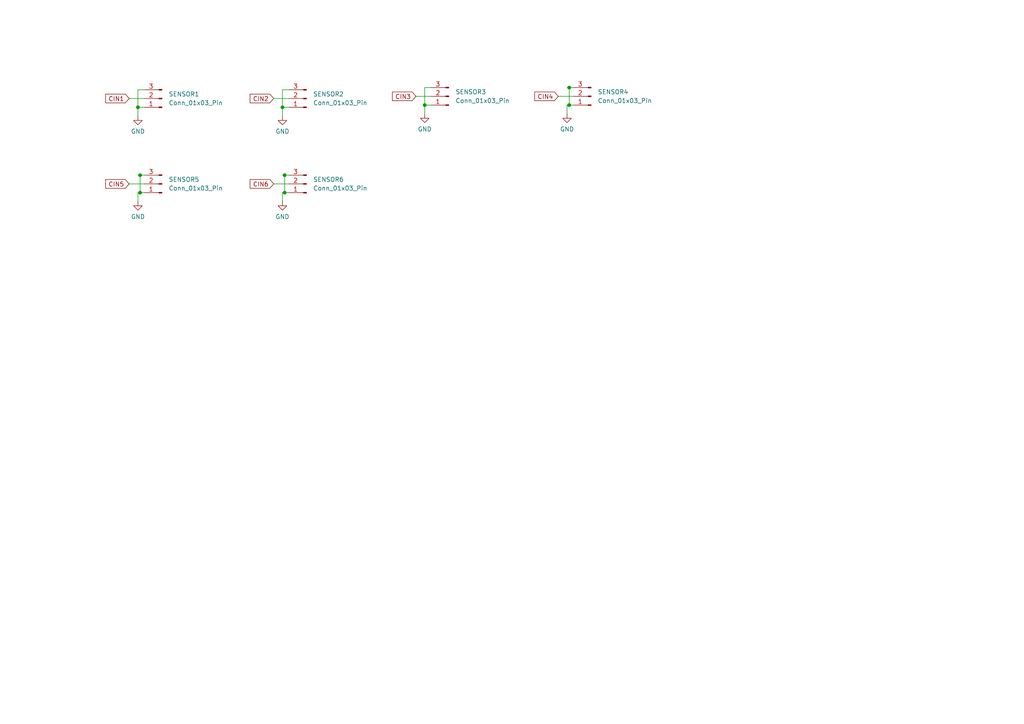
<source format=kicad_sch>
(kicad_sch (version 20231120) (generator "eeschema") (generator_version "8.0")
  (paper "A4")
  (lib_symbols
    (symbol "Connector:Conn_01x03_Pin" (pin_names (offset 1.016) hide)
      (property "Reference" "J" (at 0 5.08 0))
      (property "Value" "Conn_01x03_Pin" (at 0 -5.08 0))
      (symbol "Conn_01x03_Pin_1_1"
        (polyline (pts (xy 1.27 -2.54) (xy 0.8636 -2.54)) (stroke (width 0.1524)))
        (polyline (pts (xy 1.27 0) (xy 0.8636 0)) (stroke (width 0.1524)))
        (polyline (pts (xy 1.27 2.54) (xy 0.8636 2.54)) (stroke (width 0.1524)))
        (rectangle (start 0.8636 -2.413) (end 0 -2.667) (stroke (width 0.1524)) (fill (type outline)))
        (rectangle (start 0.8636 0.127) (end 0 -0.127) (stroke (width 0.1524)) (fill (type outline)))
        (rectangle (start 0.8636 2.667) (end 0 2.413) (stroke (width 0.1524)) (fill (type outline)))
        (pin passive line (at 5.08 2.54 180) (length 3.81) (name "Pin_1") (number "1"))
        (pin passive line (at 5.08 0 180) (length 3.81) (name "Pin_2") (number "2"))
        (pin passive line (at 5.08 -2.54 180) (length 3.81) (name "Pin_3") (number "3"))
      )
    )
    (symbol "power:GND" (power) (pin_names (offset 0))
      (property "Value" "GND" (at 0 -3.81 0))
      (symbol "GND_0_1"
        (polyline (pts (xy 0 0) (xy 0 -1.27) (xy 1.27 -1.27) (xy 0 -2.54) (xy -1.27 -1.27) (xy 0 -1.27)))
      )
      (symbol "GND_1_1"
        (pin power_in line (at 0 0 270) (length 0) hide (name "GND") (number "1"))
      )
    )
  )
  (junction (at 165.1 25.4))
  (junction (at 165.1 30.48))
  (junction (at 40.005 31.115))
  (junction (at 81.915 31.115))
  (junction (at 123.19 30.48))
  (junction (at 82.55 55.88))
  (junction (at 82.55 50.8))
  (junction (at 40.64 50.8))
  (junction (at 40.64 55.88))
  (wire (pts (xy 82.55 55.88) (xy 83.82 55.88)))
  (wire (pts (xy 79.375 53.34) (xy 83.82 53.34)))
  (wire (pts (xy 37.465 28.575) (xy 41.91 28.575)))
  (wire (pts (xy 164.465 33.02) (xy 164.465 30.48)))
  (wire (pts (xy 37.465 53.34) (xy 41.91 53.34)))
  (wire (pts (xy 164.465 30.48) (xy 165.1 30.48)))
  (wire (pts (xy 40.64 50.8) (xy 41.91 50.8)))
  (wire (pts (xy 164.465 25.4) (xy 165.1 25.4)))
  (wire (pts (xy 81.915 50.8) (xy 82.55 50.8)))
  (wire (pts (xy 81.915 33.655) (xy 81.915 31.115)))
  (wire (pts (xy 40.64 50.8) (xy 40.64 55.88)))
  (wire (pts (xy 81.915 55.88) (xy 82.55 55.88)))
  (wire (pts (xy 81.915 58.42) (xy 81.915 55.88)))
  (wire (pts (xy 82.55 50.8) (xy 83.82 50.8)))
  (wire (pts (xy 40.005 26.035) (xy 41.91 26.035)))
  (wire (pts (xy 40.005 26.035) (xy 40.005 31.115)))
  (wire (pts (xy 40.005 50.8) (xy 40.64 50.8)))
  (wire (pts (xy 165.1 30.48) (xy 166.37 30.48)))
  (wire (pts (xy 123.19 25.4) (xy 123.19 30.48)))
  (wire (pts (xy 123.19 25.4) (xy 125.095 25.4)))
  (wire (pts (xy 79.375 28.575) (xy 83.82 28.575)))
  (wire (pts (xy 40.005 58.42) (xy 40.005 55.88)))
  (wire (pts (xy 40.005 55.88) (xy 40.64 55.88)))
  (wire (pts (xy 81.915 31.115) (xy 83.82 31.115)))
  (wire (pts (xy 123.19 30.48) (xy 125.095 30.48)))
  (wire (pts (xy 123.19 33.02) (xy 123.19 30.48)))
  (wire (pts (xy 81.915 26.035) (xy 83.82 26.035)))
  (wire (pts (xy 165.1 25.4) (xy 165.1 30.48)))
  (wire (pts (xy 82.55 50.8) (xy 82.55 55.88)))
  (wire (pts (xy 81.915 26.035) (xy 81.915 31.115)))
  (wire (pts (xy 120.65 27.94) (xy 125.095 27.94)))
  (wire (pts (xy 40.005 31.115) (xy 41.91 31.115)))
  (wire (pts (xy 161.925 27.94) (xy 166.37 27.94)))
  (wire (pts (xy 40.64 55.88) (xy 41.91 55.88)))
  (wire (pts (xy 40.005 33.655) (xy 40.005 31.115)))
  (wire (pts (xy 165.1 25.4) (xy 166.37 25.4)))
  (global_label "CIN3" (shape input) (at 120.65 27.94 180) (property "Intersheetrefs" "${INTERSHEET_REFS}" (effects (hide yes))))
  (global_label "CIN2" (shape input) (at 79.375 28.575 180) (property "Intersheetrefs" "${INTERSHEET_REFS}" (effects (hide yes))))
  (global_label "CIN5" (shape input) (at 37.465 53.34 180) (property "Intersheetrefs" "${INTERSHEET_REFS}" (effects (hide yes))))
  (global_label "CIN6" (shape input) (at 79.375 53.34 180) (property "Intersheetrefs" "${INTERSHEET_REFS}" (effects (hide yes))))
  (global_label "CIN1" (shape input) (at 37.465 28.575 180) (property "Intersheetrefs" "${INTERSHEET_REFS}" (effects (hide yes))))
  (global_label "CIN4" (shape input) (at 161.925 27.94 180) (property "Intersheetrefs" "${INTERSHEET_REFS}" (effects (hide yes))))
  (symbol (lib_id "Connector:Conn_01x03_Pin") (at 171.45 27.94 180) (unit 1)
    (property "Reference" "SENSOR4" (at 173.355 26.6699 0) (effects (justify right)))
    (property "Value" "Conn_01x03_Pin" (at 173.355 29.2099 0) (effects (justify right)))
    (property "Footprint" "Connector_JST:JST_XH_S3B-XH-A_1x03_P2.50mm_Horizontal" (effects (hide yes)))
    (property "Description" "Generic connector, single row, 01x03, script generated" (effects (hide yes)))
  )
  (symbol (lib_id "power:GND") (at 123.19 33.02 0) (unit 1)
    (property "Reference" "#PWR053" (effects (hide yes)))
    (property "Value" "GND" (at 123.19 37.465 0))
    (property "Description" "Power symbol creates a global label with name \"GND\" , ground" (effects (hide yes)))
  )
  (symbol (lib_id "Connector:Conn_01x03_Pin") (at 88.9 28.575 180) (unit 1)
    (property "Reference" "SENSOR2" (at 90.805 27.3049 0) (effects (justify right)))
    (property "Value" "Conn_01x03_Pin" (at 90.805 29.8449 0) (effects (justify right)))
    (property "Footprint" "Connector_JST:JST_XH_S3B-XH-A_1x03_P2.50mm_Horizontal" (effects (hide yes)))
    (property "Description" "Generic connector, single row, 01x03, script generated" (effects (hide yes)))
  )
  (symbol (lib_id "power:GND") (at 40.005 58.42 0) (unit 1)
    (property "Reference" "#PWR057" (effects (hide yes)))
    (property "Value" "GND" (at 40.005 62.865 0))
    (property "Description" "Power symbol creates a global label with name \"GND\" , ground" (effects (hide yes)))
  )
  (symbol (lib_id "power:GND") (at 81.915 58.42 0) (unit 1)
    (property "Reference" "#PWR059" (effects (hide yes)))
    (property "Value" "GND" (at 81.915 62.865 0))
    (property "Description" "Power symbol creates a global label with name \"GND\" , ground" (effects (hide yes)))
  )
  (symbol (lib_id "power:GND") (at 164.465 33.02 0) (unit 1)
    (property "Reference" "#PWR055" (effects (hide yes)))
    (property "Value" "GND" (at 164.465 37.465 0))
    (property "Description" "Power symbol creates a global label with name \"GND\" , ground" (effects (hide yes)))
  )
  (symbol (lib_id "power:GND") (at 40.005 33.655 0) (unit 1)
    (property "Reference" "#PWR049" (effects (hide yes)))
    (property "Value" "GND" (at 40.005 38.1 0))
    (property "Description" "Power symbol creates a global label with name \"GND\" , ground" (effects (hide yes)))
  )
  (symbol (lib_id "Connector:Conn_01x03_Pin") (at 130.175 27.94 180) (unit 1)
    (property "Reference" "SENSOR3" (at 132.08 26.6699 0) (effects (justify right)))
    (property "Value" "Conn_01x03_Pin" (at 132.08 29.2099 0) (effects (justify right)))
    (property "Footprint" "Connector_JST:JST_XH_S3B-XH-A_1x03_P2.50mm_Horizontal" (effects (hide yes)))
    (property "Description" "Generic connector, single row, 01x03, script generated" (effects (hide yes)))
  )
  (symbol (lib_id "Connector:Conn_01x03_Pin") (at 46.99 28.575 180) (unit 1)
    (property "Reference" "SENSOR1" (at 48.895 27.3049 0) (effects (justify right)))
    (property "Value" "Conn_01x03_Pin" (at 48.895 29.8449 0) (effects (justify right)))
    (property "Footprint" "Connector_JST:JST_XH_S3B-XH-A_1x03_P2.50mm_Horizontal" (effects (hide yes)))
    (property "Description" "Generic connector, single row, 01x03, script generated" (effects (hide yes)))
  )
  (symbol (lib_id "Connector:Conn_01x03_Pin") (at 46.99 53.34 180) (unit 1)
    (property "Reference" "SENSOR5" (at 48.895 52.0699 0) (effects (justify right)))
    (property "Value" "Conn_01x03_Pin" (at 48.895 54.6099 0) (effects (justify right)))
    (property "Footprint" "Connector_JST:JST_XH_S3B-XH-A_1x03_P2.50mm_Horizontal" (effects (hide yes)))
    (property "Description" "Generic connector, single row, 01x03, script generated" (effects (hide yes)))
  )
  (symbol (lib_id "Connector:Conn_01x03_Pin") (at 88.9 53.34 180) (unit 1)
    (property "Reference" "SENSOR6" (at 90.805 52.0699 0) (effects (justify right)))
    (property "Value" "Conn_01x03_Pin" (at 90.805 54.6099 0) (effects (justify right)))
    (property "Footprint" "Connector_JST:JST_XH_S3B-XH-A_1x03_P2.50mm_Horizontal" (effects (hide yes)))
    (property "Description" "Generic connector, single row, 01x03, script generated" (effects (hide yes)))
  )
  (symbol (lib_id "power:GND") (at 81.915 33.655 0) (unit 1)
    (property "Reference" "#PWR051" (effects (hide yes)))
    (property "Value" "GND" (at 81.915 38.1 0))
    (property "Description" "Power symbol creates a global label with name \"GND\" , ground" (effects (hide yes)))
  )
)
</source>
